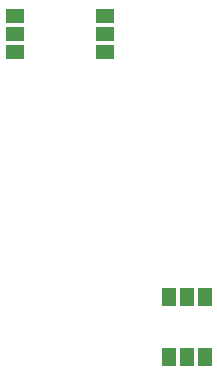
<source format=gbr>
G04 EAGLE Gerber RS-274X export*
G75*
%MOMM*%
%FSLAX34Y34*%
%LPD*%
%INSolderpaste Bottom*%
%IPPOS*%
%AMOC8*
5,1,8,0,0,1.08239X$1,22.5*%
G01*
%ADD10R,1.600200X1.168400*%
%ADD11R,1.168400X1.600200*%


D10*
X50800Y434340D03*
X50800Y419100D03*
X50800Y403860D03*
X127000Y434340D03*
X127000Y419100D03*
X127000Y403860D03*
D11*
X212090Y196850D03*
X196850Y196850D03*
X181610Y196850D03*
X212090Y146050D03*
X196850Y146050D03*
X181610Y146050D03*
M02*

</source>
